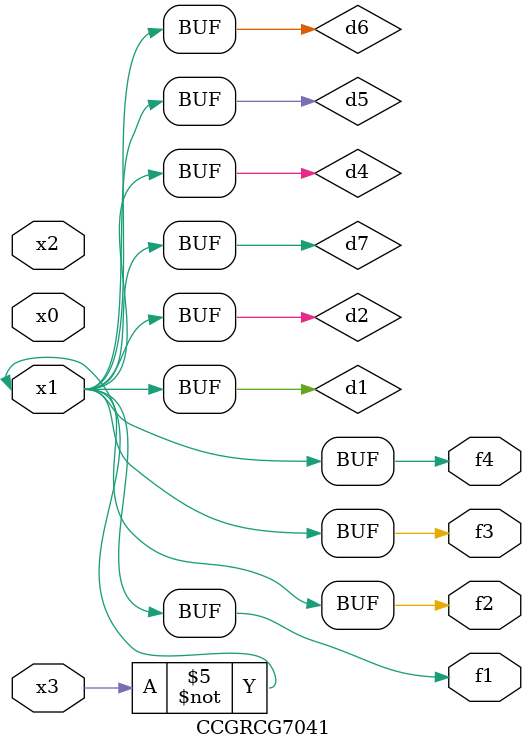
<source format=v>
module CCGRCG7041(
	input x0, x1, x2, x3,
	output f1, f2, f3, f4
);

	wire d1, d2, d3, d4, d5, d6, d7;

	not (d1, x3);
	buf (d2, x1);
	xnor (d3, d1, d2);
	nor (d4, d1);
	buf (d5, d1, d2);
	buf (d6, d4, d5);
	nand (d7, d4);
	assign f1 = d6;
	assign f2 = d7;
	assign f3 = d6;
	assign f4 = d6;
endmodule

</source>
